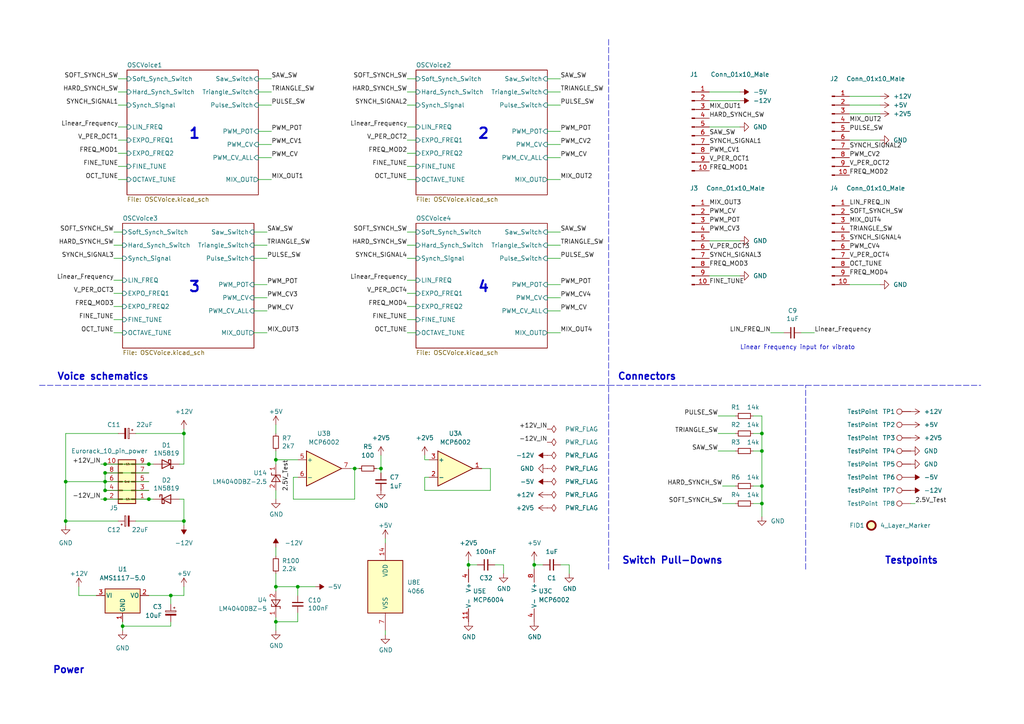
<source format=kicad_sch>
(kicad_sch (version 20211123) (generator eeschema)
  (paper "A4")
  (title_block (title "Quadraphone Components") (date "2023-01-27") (rev "1.0") (company "Mountjoy Modular"))
  (lib_symbols
    (symbol "4xxx:4066" (pin_names (offset 1.016))
      (property "Reference" "U" (at -7.62 8.89 0))
      (property "Value" "4066" (at -7.62 -8.89 0))
      (symbol "4066_1_0"
        (pin passive line (at -7.62 0 0) (length 5.08) (name "~") (number "1"))
        (pin input line (at 0 7.62 270) (length 5.08) (name "~") (number "13"))
        (pin passive line (at 7.62 0 180) (length 5.08) (name "~") (number "2"))
      )
      (symbol "4066_2_0"
        (pin passive line (at 7.62 0 180) (length 5.08) (name "~") (number "3"))
        (pin passive line (at -7.62 0 0) (length 5.08) (name "~") (number "4"))
        (pin input line (at 0 7.62 270) (length 5.08) (name "~") (number "5"))
      )
      (symbol "4066_3_0"
        (pin input line (at 0 7.62 270) (length 5.08) (name "~") (number "6"))
        (pin passive line (at -7.62 0 0) (length 5.08) (name "~") (number "8"))
        (pin passive line (at 7.62 0 180) (length 5.08) (name "~") (number "9"))
      )
      (symbol "4066_4_0"
        (pin passive line (at 7.62 0 180) (length 5.08) (name "~") (number "10"))
        (pin passive line (at -7.62 0 0) (length 5.08) (name "~") (number "11"))
        (pin input line (at 0 7.62 270) (length 5.08) (name "~") (number "12"))
      )
      (symbol "4066_5_0"
        (pin power_in line (at 0 12.7 270) (length 5.08) (name "VDD") (number "14"))
        (pin power_in line (at 0 -12.7 90) (length 5.08) (name "VSS") (number "7"))
      )
    )
    (symbol "Amplifier_Operational:MCP6002-xSN" (pin_names (offset 0.127))
      (property "Reference" "U" (at 0 5.08 0))
      (property "Value" "MCP6002-xSN" (at 0 -5.08 0))
      (symbol "MCP6002-xSN_1_1"
        (pin output line (at 7.62 0 180) (length 2.54) (name "~") (number "1"))
        (pin input line (at -7.62 -2.54 0) (length 2.54) (name "-") (number "2"))
        (pin input line (at -7.62 2.54 0) (length 2.54) (name "+") (number "3"))
      )
      (symbol "MCP6002-xSN_2_1"
        (pin input line (at -7.62 2.54 0) (length 2.54) (name "+") (number "5"))
        (pin input line (at -7.62 -2.54 0) (length 2.54) (name "-") (number "6"))
        (pin output line (at 7.62 0 180) (length 2.54) (name "~") (number "7"))
      )
      (symbol "MCP6002-xSN_3_1"
        (pin power_in line (at -2.54 -7.62 90) (length 3.81) (name "V-") (number "4"))
        (pin power_in line (at -2.54 7.62 270) (length 3.81) (name "V+") (number "8"))
      )
    )
    (symbol "Amplifier_Operational:MCP6004" (pin_names (offset 0.127))
      (property "Reference" "U" (at 0 5.08 0))
      (property "Value" "MCP6004" (at 0 -5.08 0))
      (symbol "MCP6004_1_1"
        (pin output line (at 7.62 0 180) (length 2.54) (name "~") (number "1"))
        (pin input line (at -7.62 -2.54 0) (length 2.54) (name "-") (number "2"))
        (pin input line (at -7.62 2.54 0) (length 2.54) (name "+") (number "3"))
      )
      (symbol "MCP6004_2_1"
        (pin input line (at -7.62 2.54 0) (length 2.54) (name "+") (number "5"))
        (pin input line (at -7.62 -2.54 0) (length 2.54) (name "-") (number "6"))
        (pin output line (at 7.62 0 180) (length 2.54) (name "~") (number "7"))
      )
      (symbol "MCP6004_3_1"
        (pin input line (at -7.62 2.54 0) (length 2.54) (name "+") (number "10"))
        (pin output line (at 7.62 0 180) (length 2.54) (name "~") (number "8"))
        (pin input line (at -7.62 -2.54 0) (length 2.54) (name "-") (number "9"))
      )
      (symbol "MCP6004_4_1"
        (pin input line (at -7.62 2.54 0) (length 2.54) (name "+") (number "12"))
        (pin input line (at -7.62 -2.54 0) (length 2.54) (name "-") (number "13"))
        (pin output line (at 7.62 0 180) (length 2.54) (name "~") (number "14"))
      )
      (symbol "MCP6004_5_1"
        (pin power_in line (at -2.54 -7.62 90) (length 3.81) (name "V-") (number "11"))
        (pin power_in line (at -2.54 7.62 270) (length 3.81) (name "V+") (number "4"))
      )
    )
    (symbol "Connector:Conn_01x10_Male" (pin_names (offset 1.016) hide)
      (property "Reference" "J" (at 0 12.7 0))
      (property "Value" "Conn_01x10_Male" (at 0 -15.24 0))
      (symbol "Conn_01x10_Male_1_1"
        (pin passive line (at 5.08 10.16 180) (length 3.81) (name "Pin_1") (number "1"))
        (pin passive line (at 5.08 -12.7 180) (length 3.81) (name "Pin_10") (number "10"))
        (pin passive line (at 5.08 7.62 180) (length 3.81) (name "Pin_2") (number "2"))
        (pin passive line (at 5.08 5.08 180) (length 3.81) (name "Pin_3") (number "3"))
        (pin passive line (at 5.08 2.54 180) (length 3.81) (name "Pin_4") (number "4"))
        (pin passive line (at 5.08 0 180) (length 3.81) (name "Pin_5") (number "5"))
        (pin passive line (at 5.08 -2.54 180) (length 3.81) (name "Pin_6") (number "6"))
        (pin passive line (at 5.08 -5.08 180) (length 3.81) (name "Pin_7") (number "7"))
        (pin passive line (at 5.08 -7.62 180) (length 3.81) (name "Pin_8") (number "8"))
        (pin passive line (at 5.08 -10.16 180) (length 3.81) (name "Pin_9") (number "9"))
      )
    )
    (symbol "Connector:TestPoint" (pin_numbers hide) (pin_names (offset 0.762) hide)
      (property "Reference" "TP" (at 0 6.858 0))
      (property "Value" "TestPoint" (at 0 5.08 0))
      (symbol "TestPoint_1_1"
        (pin passive line (at 0 0 90) (length 2.54) (name "1") (number "1"))
      )
    )
    (symbol "Device:C_Polarized_Small" (pin_numbers hide) (pin_names (offset 0.254) hide)
      (property "Reference" "C" (at 0.254 1.778 0))
      (property "Value" "C_Polarized_Small" (at 0.254 -2.032 0))
      (symbol "C_Polarized_Small_1_1"
        (pin passive line (at 0 2.54 270) (length 1.8542) (name "~") (number "1"))
        (pin passive line (at 0 -2.54 90) (length 1.8542) (name "~") (number "2"))
      )
    )
    (symbol "Device:C_Small" (pin_numbers hide) (pin_names (offset 0.254) hide)
      (property "Reference" "C" (at 0.254 1.778 0))
      (property "Value" "C_Small" (at 0.254 -2.032 0))
      (symbol "C_Small_1_1"
        (pin passive line (at 0 2.54 270) (length 2.032) (name "~") (number "1"))
        (pin passive line (at 0 -2.54 90) (length 2.032) (name "~") (number "2"))
      )
    )
    (symbol "Device:R_Small" (pin_numbers hide) (pin_names (offset 0.254) hide)
      (property "Reference" "R" (at 0.762 0.508 0))
      (property "Value" "R_Small" (at 0.762 -1.016 0))
      (symbol "R_Small_1_1"
        (pin passive line (at 0 2.54 270) (length 0.762) (name "~") (number "1"))
        (pin passive line (at 0 -2.54 90) (length 0.762) (name "~") (number "2"))
      )
    )
    (symbol "Diode:1N5819" (pin_numbers hide) (pin_names (offset 1.016) hide)
      (property "Reference" "D" (at 0 2.54 0))
      (property "Value" "1N5819" (at 0 -2.54 0))
      (symbol "1N5819_1_1"
        (pin passive line (at -3.81 0 0) (length 2.54) (name "K") (number "1"))
        (pin passive line (at 3.81 0 180) (length 2.54) (name "A") (number "2"))
      )
    )
    (symbol "Eurorack_Header:Eurorack_10_pin_power" (pin_names (offset 1.016) hide)
      (property "Reference" "J" (at 1.27 7.62 0))
      (property "Value" "Eurorack_10_pin_power" (at 1.27 -7.62 0))
      (symbol "Eurorack_10_pin_power_1_0"
        (text "+12v" (at 1.27 -5.08 0) (effects (font (size 0.508 0.508))))
        (text "-12v" (at 1.27 5.08 0) (effects (font (size 0.508 0.508))))
        (text "Gnd" (at 1.27 0 0) (effects (font (size 0.508 0.508))))
      )
      (symbol "Eurorack_10_pin_power_1_1"
        (pin power_in line (at -5.08 5.08 0) (length 3.81) (name "Pin_1") (number "1"))
        (pin passive line (at 7.62 -5.08 180) (length 3.81) (name "Pin_10") (number "10"))
        (pin passive line (at 7.62 5.08 180) (length 3.81) (name "Pin_2") (number "2"))
        (pin passive line (at -5.08 2.54 0) (length 3.81) (name "Pin_3") (number "3"))
        (pin passive line (at 7.62 2.54 180) (length 3.81) (name "Pin_4") (number "4"))
        (pin power_in line (at -5.08 0 0) (length 3.81) (name "Pin_5") (number "5"))
        (pin passive line (at 7.62 0 180) (length 3.81) (name "Pin_6") (number "6"))
        (pin passive line (at -5.08 -2.54 0) (length 3.81) (name "Pin_7") (number "7"))
        (pin passive line (at 7.62 -2.54 180) (length 3.81) (name "Pin_8") (number "8"))
        (pin power_in line (at -5.08 -5.08 0) (length 3.81) (name "Pin_9") (number "9"))
      )
    )
    (symbol "Mechanical:Fiducial"
      (property "Reference" "FID" (at 0 5.08 0))
      (property "Value" "Fiducial" (at 0 3.175 0))
    )
    (symbol "Reference_Voltage:LM4040DBZ-2.5" (pin_names (offset 0.0254) hide)
      (property "Reference" "U" (at 0 2.54 0))
      (property "Value" "LM4040DBZ-2.5" (at 0 -3.175 0))
      (symbol "LM4040DBZ-2.5_1_1"
        (pin passive line (at 3.81 0 180) (length 2.54) (name "K") (number "1"))
        (pin passive line (at -3.81 0 0) (length 2.54) (name "A") (number "2"))
      )
    )
    (symbol "Reference_Voltage:LM4040DBZ-5" (pin_names (offset 0.0254) hide)
      (property "Reference" "U" (at 0 2.54 0))
      (property "Value" "LM4040DBZ-5" (at 0 -3.175 0))
      (symbol "LM4040DBZ-5_1_1"
        (pin passive line (at 3.81 0 180) (length 2.54) (name "K") (number "1"))
        (pin passive line (at -3.81 0 0) (length 2.54) (name "A") (number "2"))
      )
    )
    (symbol "Regulator_Linear:AMS1117-5.0" (pin_names (offset 0.254))
      (property "Reference" "U" (at -3.81 3.175 0))
      (property "Value" "AMS1117-5.0" (at 0 3.175 0))
      (symbol "AMS1117-5.0_1_1"
        (pin power_in line (at 0 -7.62 90) (length 2.54) (name "GND") (number "1"))
        (pin power_out line (at 7.62 0 180) (length 2.54) (name "VO") (number "2"))
        (pin power_in line (at -7.62 0 0) (length 2.54) (name "VI") (number "3"))
      )
    )
    (symbol "power:+12V" (power) (pin_names (offset 0))
      (property "Value" "+12V" (at 0 3.556 0))
      (symbol "+12V_1_1"
        (pin power_in line (at 0 0 90) (length 0) hide (name "+12V") (number "1"))
      )
    )
    (symbol "power:+2V5" (power) (pin_names (offset 0))
      (property "Value" "+2V5" (at 0 3.556 0))
      (symbol "+2V5_1_1"
        (pin power_in line (at 0 0 90) (length 0) hide (name "+2V5") (number "1"))
      )
    )
    (symbol "power:+5V" (power) (pin_names (offset 0))
      (property "Value" "+5V" (at 0 3.556 0))
      (symbol "+5V_1_1"
        (pin power_in line (at 0 0 90) (length 0) hide (name "+5V") (number "1"))
      )
    )
    (symbol "power:-12V" (power) (pin_names (offset 0))
      (property "Value" "-12V" (at 0 3.81 0))
      (symbol "-12V_0_0"
        (pin power_in line (at 0 0 90) (length 0) hide (name "-12V") (number "1"))
      )
    )
    (symbol "power:-5V" (power) (pin_names (offset 0))
      (property "Value" "-5V" (at 0 3.81 0))
      (symbol "-5V_0_0"
        (pin power_in line (at 0 0 90) (length 0) hide (name "-5V") (number "1"))
      )
    )
    (symbol "power:GND" (power) (pin_names (offset 0))
      (property "Value" "GND" (at 0 -3.81 0))
      (symbol "GND_1_1"
        (pin power_in line (at 0 0 270) (length 0) hide (name "GND") (number "1"))
      )
    )
    (symbol "power:PWR_FLAG" (power) (pin_numbers hide) (pin_names (offset 0) hide)
      (property "Value" "PWR_FLAG" (at 0 3.81 0))
      (symbol "PWR_FLAG_0_0"
        (pin power_out line (at 0 0 90) (length 0) (name "pwr") (number "1"))
      )
    )
  )
  (junction (at 135.89 163.83))
  (junction (at 220.98 140.97))
  (junction (at 19.05 139.7))
  (junction (at 220.98 125.73))
  (junction (at 30.48 134.62))
  (junction (at 30.48 139.7))
  (junction (at 30.48 142.24))
  (junction (at 110.49 135.89))
  (junction (at 49.53 172.72))
  (junction (at 86.36 170.18))
  (junction (at 43.18 144.78))
  (junction (at 19.05 151.13))
  (junction (at 220.98 130.81))
  (junction (at 80.01 133.35))
  (junction (at 35.56 181.61))
  (junction (at 30.48 144.78))
  (junction (at 30.48 137.16))
  (junction (at 220.98 146.05))
  (junction (at 80.01 170.18))
  (junction (at 53.34 151.13))
  (junction (at 80.01 180.34))
  (junction (at 53.34 125.73))
  (junction (at 154.94 163.83))
  (junction (at 102.87 135.89))
  (junction (at 43.18 134.62))
  (wire (pts (xy 102.87 144.78) (xy 85.09 144.78)))
  (wire (pts (xy 33.02 88.9) (xy 35.56 88.9)))
  (wire (pts (xy 154.94 162.56) (xy 154.94 163.83)))
  (wire (pts (xy 214.63 36.83) (xy 205.74 36.83)))
  (wire (pts (xy 33.02 81.28) (xy 35.56 81.28)))
  (wire (pts (xy 74.93 38.1) (xy 78.74 38.1)))
  (wire (pts (xy 85.09 138.43) (xy 86.36 138.43)))
  (wire (pts (xy 73.66 71.12) (xy 77.47 71.12)))
  (wire (pts (xy 165.1 163.83) (xy 165.1 166.37)))
  (wire (pts (xy 80.01 142.24) (xy 80.01 144.78)))
  (wire (pts (xy 52.07 134.62) (xy 53.34 134.62)))
  (wire (pts (xy 34.29 44.45) (xy 36.83 44.45)))
  (wire (pts (xy 19.05 139.7) (xy 30.48 139.7)))
  (wire (pts (xy 118.11 71.12) (xy 120.65 71.12)))
  (wire (pts (xy 74.93 30.48) (xy 78.74 30.48)))
  (wire (pts (xy 118.11 40.64) (xy 120.65 40.64)))
  (wire (pts (xy 135.89 163.83) (xy 138.43 163.83)))
  (wire (pts (xy 218.44 125.73) (xy 220.98 125.73)))
  (wire (pts (xy 74.93 41.91) (xy 78.74 41.91)))
  (wire (pts (xy 218.44 140.97) (xy 220.98 140.97)))
  (wire (pts (xy 220.98 146.05) (xy 220.98 149.86)))
  (wire (pts (xy 33.02 74.93) (xy 35.56 74.93)))
  (wire (pts (xy 158.75 26.67) (xy 162.56 26.67)))
  (wire (pts (xy 49.53 172.72) (xy 53.34 172.72)))
  (wire (pts (xy 49.53 172.72) (xy 49.53 175.26)))
  (wire (pts (xy 30.48 137.16) (xy 30.48 139.7)))
  (wire (pts (xy 214.63 69.85) (xy 205.74 69.85)))
  (wire (pts (xy 118.11 92.71) (xy 120.65 92.71)))
  (wire (pts (xy 86.36 170.18) (xy 86.36 172.72)))
  (wire (pts (xy 255.27 30.48) (xy 246.38 30.48)))
  (wire (pts (xy 74.93 26.67) (xy 78.74 26.67)))
  (wire (pts (xy 158.75 67.31) (xy 162.56 67.31)))
  (wire (pts (xy 102.87 135.89) (xy 104.14 135.89)))
  (wire (pts (xy 80.01 170.18) (xy 80.01 171.45)))
  (wire (pts (xy 118.11 88.9) (xy 120.65 88.9)))
  (wire (pts (xy 139.7 135.89) (xy 142.24 135.89)))
  (wire (pts (xy 43.18 144.78) (xy 44.45 144.78)))
  (wire (pts (xy 34.29 40.64) (xy 36.83 40.64)))
  (wire (pts (xy 102.87 135.89) (xy 102.87 144.78)))
  (wire (pts (xy 158.75 41.91) (xy 162.56 41.91)))
  (wire (pts (xy 91.44 170.18) (xy 86.36 170.18)))
  (wire (pts (xy 162.56 163.83) (xy 165.1 163.83)))
  (wire (pts (xy 43.18 134.62) (xy 44.45 134.62)))
  (wire (pts (xy 110.49 135.89) (xy 110.49 137.16)))
  (wire (pts (xy 29.21 134.62) (xy 30.48 134.62)))
  (wire (pts (xy 19.05 152.4) (xy 19.05 151.13)))
  (wire (pts (xy 52.07 144.78) (xy 53.34 144.78)))
  (wire (pts (xy 208.28 125.73) (xy 213.36 125.73)))
  (wire (pts (xy 208.28 120.65) (xy 213.36 120.65)))
  (wire (pts (xy 22.86 170.18) (xy 22.86 172.72)))
  (wire (pts (xy 264.16 146.05) (xy 265.43 146.05)))
  (wire (pts (xy 86.36 170.18) (xy 80.01 170.18)))
  (wire (pts (xy 232.41 96.52) (xy 236.22 96.52)))
  (wire (pts (xy 158.75 86.36) (xy 162.56 86.36)))
  (wire (pts (xy 118.11 30.48) (xy 120.65 30.48)))
  (wire (pts (xy 39.37 125.73) (xy 53.34 125.73)))
  (wire (pts (xy 74.93 52.07) (xy 78.74 52.07)))
  (wire (pts (xy 43.18 142.24) (xy 30.48 142.24)))
  (wire (pts (xy 218.44 146.05) (xy 220.98 146.05)))
  (wire (pts (xy 146.05 163.83) (xy 146.05 166.37)))
  (wire (pts (xy 135.89 163.83) (xy 135.89 165.1)))
  (wire (pts (xy 223.52 96.52) (xy 227.33 96.52)))
  (wire (pts (xy 80.01 133.35) (xy 80.01 134.62)))
  (wire (pts (xy 30.48 139.7) (xy 30.48 142.24)))
  (wire (pts (xy 33.02 85.09) (xy 35.56 85.09)))
  (wire (pts (xy 158.75 38.1) (xy 162.56 38.1)))
  (wire (pts (xy 30.48 134.62) (xy 43.18 134.62)))
  (wire (pts (xy 118.11 85.09) (xy 120.65 85.09)))
  (wire (pts (xy 73.66 90.17) (xy 77.47 90.17)))
  (wire (pts (xy 29.21 144.78) (xy 30.48 144.78)))
  (wire (pts (xy 74.93 22.86) (xy 78.74 22.86)))
  (wire (pts (xy 214.63 80.01) (xy 205.74 80.01)))
  (wire (pts (xy 118.11 44.45) (xy 120.65 44.45)))
  (wire (pts (xy 34.29 52.07) (xy 36.83 52.07)))
  (wire (pts (xy 158.75 52.07) (xy 162.56 52.07)))
  (wire (pts (xy 73.66 74.93) (xy 77.47 74.93)))
  (wire (pts (xy 142.24 142.24) (xy 123.19 142.24)))
  (wire (pts (xy 158.75 22.86) (xy 162.56 22.86)))
  (wire (pts (xy 158.75 71.12) (xy 162.56 71.12)))
  (wire (pts (xy 218.44 130.81) (xy 220.98 130.81)))
  (wire (pts (xy 124.46 133.35) (xy 123.19 133.35)))
  (wire (pts (xy 49.53 181.61) (xy 35.56 181.61)))
  (wire (pts (xy 220.98 125.73) (xy 220.98 130.81)))
  (wire (pts (xy 218.44 120.65) (xy 220.98 120.65)))
  (wire (pts (xy 53.34 144.78) (xy 53.34 151.13)))
  (wire (pts (xy 74.93 45.72) (xy 78.74 45.72)))
  (wire (pts (xy 158.75 96.52) (xy 162.56 96.52)))
  (wire (pts (xy 53.34 134.62) (xy 53.34 125.73)))
  (wire (pts (xy 158.75 82.55) (xy 162.56 82.55)))
  (wire (pts (xy 255.27 82.55) (xy 246.38 82.55)))
  (wire (pts (xy 34.29 30.48) (xy 36.83 30.48)))
  (polyline (pts (xy 176.53 165.1) (xy 176.53 115.57)))
  (wire (pts (xy 33.02 67.31) (xy 35.56 67.31)))
  (wire (pts (xy 118.11 81.28) (xy 120.65 81.28)))
  (wire (pts (xy 30.48 139.7) (xy 43.18 139.7)))
  (polyline (pts (xy 11.43 111.76) (xy 176.53 111.76)))
  (wire (pts (xy 53.34 124.46) (xy 53.34 125.73)))
  (wire (pts (xy 80.01 166.37) (xy 80.01 170.18)))
  (wire (pts (xy 19.05 151.13) (xy 34.29 151.13)))
  (wire (pts (xy 85.09 144.78) (xy 85.09 138.43)))
  (wire (pts (xy 49.53 180.34) (xy 49.53 181.61)))
  (wire (pts (xy 80.01 179.07) (xy 80.01 180.34)))
  (wire (pts (xy 143.51 163.83) (xy 146.05 163.83)))
  (wire (pts (xy 255.27 40.64) (xy 246.38 40.64)))
  (wire (pts (xy 80.01 180.34) (xy 86.36 180.34)))
  (wire (pts (xy 34.29 22.86) (xy 36.83 22.86)))
  (wire (pts (xy 214.63 26.67) (xy 205.74 26.67)))
  (wire (pts (xy 34.29 26.67) (xy 36.83 26.67)))
  (wire (pts (xy 30.48 144.78) (xy 43.18 144.78)))
  (wire (pts (xy 118.11 22.86) (xy 120.65 22.86)))
  (wire (pts (xy 80.01 133.35) (xy 86.36 133.35)))
  (wire (pts (xy 80.01 123.19) (xy 80.01 125.73)))
  (wire (pts (xy 53.34 172.72) (xy 53.34 170.18)))
  (wire (pts (xy 154.94 165.1) (xy 154.94 163.83)))
  (wire (pts (xy 34.29 48.26) (xy 36.83 48.26)))
  (wire (pts (xy 19.05 139.7) (xy 19.05 151.13)))
  (wire (pts (xy 158.75 45.72) (xy 162.56 45.72)))
  (polyline (pts (xy 176.53 111.76) (xy 284.48 111.76)))
  (wire (pts (xy 80.01 180.34) (xy 80.01 182.88)))
  (wire (pts (xy 142.24 135.89) (xy 142.24 142.24)))
  (wire (pts (xy 86.36 177.8) (xy 86.36 180.34)))
  (wire (pts (xy 118.11 48.26) (xy 120.65 48.26)))
  (wire (pts (xy 158.75 30.48) (xy 162.56 30.48)))
  (wire (pts (xy 208.28 130.81) (xy 213.36 130.81)))
  (wire (pts (xy 220.98 120.65) (xy 220.98 125.73)))
  (wire (pts (xy 123.19 142.24) (xy 123.19 138.43)))
  (wire (pts (xy 255.27 33.02) (xy 246.38 33.02)))
  (wire (pts (xy 22.86 172.72) (xy 27.94 172.72)))
  (wire (pts (xy 209.55 146.05) (xy 213.36 146.05)))
  (wire (pts (xy 73.66 67.31) (xy 77.47 67.31)))
  (wire (pts (xy 220.98 130.81) (xy 220.98 140.97)))
  (wire (pts (xy 123.19 138.43) (xy 124.46 138.43)))
  (wire (pts (xy 118.11 52.07) (xy 120.65 52.07)))
  (wire (pts (xy 110.49 132.08) (xy 110.49 135.89)))
  (wire (pts (xy 118.11 26.67) (xy 120.65 26.67)))
  (wire (pts (xy 209.55 140.97) (xy 213.36 140.97)))
  (wire (pts (xy 43.18 137.16) (xy 30.48 137.16)))
  (polyline (pts (xy 233.68 165.1) (xy 233.68 111.76)))
  (wire (pts (xy 158.75 74.93) (xy 162.56 74.93)))
  (wire (pts (xy 154.94 163.83) (xy 157.48 163.83)))
  (wire (pts (xy 109.22 135.89) (xy 110.49 135.89)))
  (wire (pts (xy 53.34 151.13) (xy 53.34 152.4)))
  (wire (pts (xy 35.56 181.61) (xy 35.56 182.88)))
  (wire (pts (xy 19.05 125.73) (xy 19.05 139.7)))
  (wire (pts (xy 73.66 82.55) (xy 77.47 82.55)))
  (wire (pts (xy 43.18 172.72) (xy 49.53 172.72)))
  (wire (pts (xy 111.76 182.88) (xy 111.76 184.15)))
  (wire (pts (xy 214.63 29.21) (xy 205.74 29.21)))
  (wire (pts (xy 118.11 67.31) (xy 120.65 67.31)))
  (wire (pts (xy 255.27 27.94) (xy 246.38 27.94)))
  (wire (pts (xy 101.6 135.89) (xy 102.87 135.89)))
  (wire (pts (xy 135.89 162.56) (xy 135.89 163.83)))
  (wire (pts (xy 220.98 140.97) (xy 220.98 146.05)))
  (wire (pts (xy 19.05 125.73) (xy 34.29 125.73)))
  (wire (pts (xy 118.11 36.83) (xy 120.65 36.83)))
  (wire (pts (xy 73.66 86.36) (xy 77.47 86.36)))
  (wire (pts (xy 118.11 74.93) (xy 120.65 74.93)))
  (wire (pts (xy 118.11 96.52) (xy 120.65 96.52)))
  (wire (pts (xy 80.01 130.81) (xy 80.01 133.35)))
  (wire (pts (xy 111.76 156.21) (xy 111.76 157.48)))
  (wire (pts (xy 80.01 158.75) (xy 80.01 161.29)))
  (wire (pts (xy 34.29 36.83) (xy 36.83 36.83)))
  (wire (pts (xy 33.02 92.71) (xy 35.56 92.71)))
  (wire (pts (xy 35.56 180.34) (xy 35.56 181.61)))
  (wire (pts (xy 33.02 96.52) (xy 35.56 96.52)))
  (wire (pts (xy 39.37 151.13) (xy 53.34 151.13)))
  (wire (pts (xy 33.02 71.12) (xy 35.56 71.12)))
  (polyline (pts (xy 176.53 11.43) (xy 176.53 115.57)))
  (wire (pts (xy 158.75 90.17) (xy 162.56 90.17)))
  (wire (pts (xy 73.66 96.52) (xy 77.47 96.52)))
  (wire (pts (xy 123.19 132.08) (xy 123.19 133.35)))
  (text "Linear Frequency input for vibrato" (at 214.63 101.6 0) (effects (font (size 1.27 1.27)) (justify left bottom)))
  (text "3" (at 54.61 85.09 0) (effects (font (size 3 3) (thickness 0.6) bold) (justify left bottom)))
  (text "Testpoints" (at 256.54 163.83 0) (effects (font (size 2 2) (thickness 0.4) bold) (justify left bottom)))
  (text "Switch Pull-Downs" (at 180.34 163.83 0) (effects (font (size 2 2) (thickness 0.4) bold) (justify left bottom)))
  (text "Connectors" (at 179.07 110.49 0) (effects (font (size 2 2) (thickness 0.4) bold) (justify left bottom)))
  (text "Power" (at 15.24 195.58 0) (effects (font (size 2 2) (thickness 0.4) bold) (justify left bottom)))
  (text "4" (at 138.43 85.09 0) (effects (font (size 3 3) (thickness 0.6) bold) (justify left bottom)))
  (text "2" (at 138.43 40.64 0) (effects (font (size 3 3) (thickness 0.6) bold) (justify left bottom)))
  (text "1" (at 54.61 40.64 0) (effects (font (size 3 3) (thickness 0.6) bold) (justify left bottom)))
  (text "Voice schematics" (at 16.51 110.49 0) (effects (font (size 2 2) (thickness 0.4) bold) (justify left bottom)))
  (label "PWM_CV3" (at 205.74 67.31 0))
  (label "PWM_POT" (at 162.56 82.55 0))
  (label "OCT_TUNE" (at 118.11 96.52 180))
  (label "2.5V_Test" (at 83.82 133.35 270))
  (label "HARD_SYNCH_SW" (at 118.11 71.12 180))
  (label "SAW_SW" (at 77.47 67.31 0))
  (label "SYNCH_SIGNAL2" (at 118.11 30.48 180))
  (label "PWM_CV1" (at 78.74 41.91 0))
  (label "PULSE_SW" (at 208.28 120.65 180))
  (label "MIX_OUT1" (at 78.74 52.07 0))
  (label "Linear_Frequency" (at 118.11 81.28 180))
  (label "SYNCH_SIGNAL4" (at 246.38 69.85 0))
  (label "OCT_TUNE" (at 246.38 77.47 0))
  (label "OCT_TUNE" (at 118.11 52.07 180))
  (label "TRIANGLE_SW" (at 162.56 71.12 0))
  (label "Linear_Frequency" (at 236.22 96.52 0))
  (label "V_PER_OCT2" (at 118.11 40.64 180))
  (label "SOFT_SYNCH_SW" (at 34.29 22.86 180))
  (label "SYNCH_SIGNAL4" (at 118.11 74.93 180))
  (label "TRIANGLE_SW" (at 77.47 71.12 0))
  (label "PULSE_SW" (at 77.47 74.93 0))
  (label "FINE_TUNE" (at 33.02 92.71 180))
  (label "PULSE_SW" (at 162.56 30.48 0))
  (label "V_PER_OCT1" (at 34.29 40.64 180))
  (label "SYNCH_SIGNAL2" (at 246.38 43.18 0))
  (label "HARD_SYNCH_SW" (at 205.74 34.29 0))
  (label "SYNCH_SIGNAL1" (at 34.29 30.48 180))
  (label "V_PER_OCT3" (at 205.74 72.39 0))
  (label "MIX_OUT4" (at 246.38 64.77 0))
  (label "V_PER_OCT4" (at 246.38 74.93 0))
  (label "TRIANGLE_SW" (at 162.56 26.67 0))
  (label "SYNCH_SIGNAL3" (at 205.74 74.93 0))
  (label "PWM_POT" (at 205.74 64.77 0))
  (label "FREQ_MOD3" (at 205.74 77.47 0))
  (label "OCT_TUNE" (at 33.02 96.52 180))
  (label "SOFT_SYNCH_SW" (at 118.11 22.86 180))
  (label "PULSE_SW" (at 78.74 30.48 0))
  (label "V_PER_OCT4" (at 118.11 85.09 180))
  (label "PWM_CV" (at 78.74 45.72 0))
  (label "TRIANGLE_SW" (at 208.28 125.73 180))
  (label "+12V_IN" (at 158.75 124.46 180))
  (label "V_PER_OCT1" (at 205.74 46.99 0))
  (label "MIX_OUT2" (at 162.56 52.07 0))
  (label "PWM_CV" (at 77.47 90.17 0))
  (label "PWM_POT" (at 162.56 38.1 0))
  (label "-12V_IN" (at 29.21 144.78 180))
  (label "TRIANGLE_SW" (at 78.74 26.67 0))
  (label "SOFT_SYNCH_SW" (at 209.55 146.05 180))
  (label "Linear_Frequency" (at 118.11 36.83 180))
  (label "PULSE_SW" (at 246.38 38.1 0))
  (label "SAW_SW" (at 208.28 130.81 180))
  (label "+12V_IN" (at 29.21 134.62 180))
  (label "FREQ_MOD4" (at 118.11 88.9 180))
  (label "SYNCH_SIGNAL1" (at 205.74 41.91 0))
  (label "PWM_CV4" (at 246.38 72.39 0))
  (label "FINE_TUNE" (at 118.11 92.71 180))
  (label "HARD_SYNCH_SW" (at 34.29 26.67 180))
  (label "PWM_POT" (at 77.47 82.55 0))
  (label "FINE_TUNE" (at 118.11 48.26 180))
  (label "LIN_FREQ_IN" (at 223.52 96.52 180))
  (label "PWM_CV3" (at 77.47 86.36 0))
  (label "OCT_TUNE" (at 34.29 52.07 180))
  (label "SYNCH_SIGNAL3" (at 33.02 74.93 180))
  (label "FREQ_MOD1" (at 34.29 44.45 180))
  (label "SAW_SW" (at 162.56 67.31 0))
  (label "PWM_CV" (at 205.74 62.23 0))
  (label "FREQ_MOD3" (at 33.02 88.9 180))
  (label "V_PER_OCT3" (at 33.02 85.09 180))
  (label "PULSE_SW" (at 162.56 74.93 0))
  (label "FREQ_MOD1" (at 205.74 49.53 0))
  (label "MIX_OUT1" (at 205.74 31.75 0))
  (label "SAW_SW" (at 78.74 22.86 0))
  (label "MIX_OUT3" (at 77.47 96.52 0))
  (label "HARD_SYNCH_SW" (at 118.11 26.67 180))
  (label "PWM_CV" (at 162.56 45.72 0))
  (label "FREQ_MOD2" (at 118.11 44.45 180))
  (label "SOFT_SYNCH_SW" (at 33.02 67.31 180))
  (label "PWM_CV2" (at 246.38 45.72 0))
  (label "MIX_OUT2" (at 246.38 35.56 0))
  (label "Linear_Frequency" (at 33.02 81.28 180))
  (label "FREQ_MOD2" (at 246.38 50.8 0))
  (label "FREQ_MOD4" (at 246.38 80.01 0))
  (label "HARD_SYNCH_SW" (at 209.55 140.97 180))
  (label "PWM_CV1" (at 205.74 44.45 0))
  (label "SOFT_SYNCH_SW" (at 246.38 62.23 0))
  (label "SAW_SW" (at 205.74 39.37 0))
  (label "PWM_CV4" (at 162.56 86.36 0))
  (label "MIX_OUT4" (at 162.56 96.52 0))
  (label "HARD_SYNCH_SW" (at 33.02 71.12 180))
  (label "FINE_TUNE" (at 205.74 82.55 0))
  (label "-12V_IN" (at 158.75 128.27 180))
  (label "PWM_CV2" (at 162.56 41.91 0))
  (label "LIN_FREQ_IN" (at 246.38 59.69 0))
  (label "MIX_OUT3" (at 205.74 59.69 0))
  (label "TRIANGLE_SW" (at 246.38 67.31 0))
  (label "2.5V_Test" (at 265.43 146.05 0))
  (label "SAW_SW" (at 162.56 22.86 0))
  (label "FINE_TUNE" (at 34.29 48.26 180))
  (label "PWM_CV" (at 162.56 90.17 0))
  (label "PWM_POT" (at 78.74 38.1 0))
  (label "Linear_Frequency" (at 34.29 36.83 180))
  (label "V_PER_OCT2" (at 246.38 48.26 0))
  (label "SOFT_SYNCH_SW" (at 118.11 67.31 180))
  (symbol (lib_id "Eurorack_Header:Eurorack_10_pin_power") (at 38.1 139.7 180) (unit 1)
    (property "Reference" "J5" (at 33.02 147.32 0))
    (property "Value" "Eurorack_10_pin_power" (at 31.75 130.81 0))
    (property "Footprint" "Custom_Footprints:Eurorack_10_pin_header" (effects hide))
  )
  (symbol (lib_id "power:+5V") (at 53.34 170.18 0) (unit 1)
    (property "Reference" "#PWR03" (effects hide))
    (property "Value" "+5V" (at 53.34 166.37 0))
  )
  (symbol (lib_id "4xxx:4066") (at 111.76 170.18 0) (unit 5)
    (property "Reference" "U8" (at 118.11 168.9099 0) (effects (justify left)))
    (property "Value" "4066" (at 118.11 171.4499 0) (effects (justify left)))
    (property "Footprint" "Package_SO:TSSOP-14_4.4x5mm_P0.65mm" (effects hide))
    (property "Datasheet" "http://www.ti.com/lit/ds/symlink/cd4066b.pdf" (effects hide))
  )
  (symbol (lib_id "power:GND") (at 135.89 180.34 0) (unit 1)
    (property "Reference" "#PWR028" (effects hide))
    (property "Value" "GND" (at 136.017 184.7342 0))
  )
  (symbol (lib_id "power:-12V") (at 53.34 152.4 180) (unit 1)
    (property "Reference" "#PWR025" (effects hide))
    (property "Value" "-12V" (at 53.34 157.48 0))
  )
  (symbol (lib_id "power:PWR_FLAG") (at 158.75 124.46 270) (unit 1)
    (property "Reference" "#FLG0101" (effects hide))
    (property "Value" "PWR_FLAG" (at 163.83 124.4599 90) (effects (justify left)))
  )
  (symbol (lib_id "power:GND") (at 110.49 142.24 0) (unit 1)
    (property "Reference" "#PWR0101" (effects hide))
    (property "Value" "GND" (at 110.617 146.6342 0))
  )
  (symbol (lib_id "Amplifier_Operational:MCP6002-xSN") (at 132.08 135.89 0) (unit 1)
    (property "Reference" "U3" (at 132.08 125.73 0))
    (property "Value" "MCP6002" (at 132.08 128.27 0))
    (property "Footprint" "Package_SO:MSOP-8_3x3mm_P0.65mm" (effects hide))
    (property "Datasheet" "http://ww1.microchip.com/downloads/en/DeviceDoc/21733j.pdf" (effects hide))
  )
  (symbol (lib_id "power:PWR_FLAG") (at 158.75 135.89 270) (unit 1)
    (property "Reference" "#FLG0103" (effects hide))
    (property "Value" "PWR_FLAG" (at 163.83 135.8899 90) (effects (justify left)))
  )
  (symbol (lib_id "power:GND") (at 255.27 40.64 90) (unit 1)
    (property "Reference" "#PWR018" (effects hide))
    (property "Value" "GND" (at 259.08 40.6399 90) (effects (justify right)))
  )
  (symbol (lib_id "Device:C_Polarized_Small") (at 36.83 125.73 270) (unit 1)
    (property "Reference" "C11" (at 33.02 123.19 90))
    (property "Value" "22uF" (at 41.91 123.19 90))
    (property "Footprint" "Capacitor_SMD:CP_Elec_4x5.8" (effects hide))
    (property "Part_Number" "C134798" (effects hide))
    (property "Rotation" "360" (effects hide))
  )
  (symbol (lib_id "power:-12V") (at 80.01 158.75 0) (unit 1)
    (property "Reference" "#PWR010" (effects hide))
    (property "Value" "-12V" (at 82.55 157.4799 0) (effects (justify left)))
  )
  (symbol (lib_id "power:PWR_FLAG") (at 158.75 139.7 270) (unit 1)
    (property "Reference" "#FLG0105" (effects hide))
    (property "Value" "PWR_FLAG" (at 163.83 139.6999 90) (effects (justify left)))
  )
  (symbol (lib_id "power:+2V5") (at 255.27 33.02 270) (unit 1)
    (property "Reference" "#PWR019" (effects hide))
    (property "Value" "+2V5" (at 259.08 33.0199 90) (effects (justify left)))
  )
  (symbol (lib_id "Connector:Conn_01x10_Male") (at 200.66 69.85 0) (unit 1)
    (property "Reference" "J3" (at 201.295 54.61 0))
    (property "Value" "Conn_01x10_Male" (at 213.36 54.61 0))
    (property "Footprint" "Connector_PinHeader_2.54mm:PinHeader_1x10_P2.54mm_Vertical" (effects hide))
  )
  (symbol (lib_id "Device:R_Small") (at 215.9 125.73 270) (unit 1)
    (property "Reference" "R2" (at 213.36 123.19 90))
    (property "Value" "14k" (at 218.44 123.19 90))
    (property "Footprint" "Resistor_SMD:R_0603_1608Metric" (effects hide))
  )
  (symbol (lib_id "power:+12V") (at 22.86 170.18 0) (mirror y) (unit 1)
    (property "Reference" "#PWR02" (effects hide))
    (property "Value" "+12V" (at 22.86 166.37 0))
  )
  (symbol (lib_id "Connector:Conn_01x10_Male") (at 241.3 38.1 0) (unit 1)
    (property "Reference" "J2" (at 241.935 22.86 0))
    (property "Value" "Conn_01x10_Male" (at 254 22.86 0))
    (property "Footprint" "Connector_PinHeader_2.54mm:PinHeader_1x10_P2.54mm_Vertical" (effects hide))
  )
  (symbol (lib_id "power:PWR_FLAG") (at 158.75 147.32 270) (unit 1)
    (property "Reference" "#FLG0107" (effects hide))
    (property "Value" "PWR_FLAG" (at 163.83 147.3199 90) (effects (justify left)))
  )
  (symbol (lib_id "power:+2V5") (at 158.75 147.32 90) (unit 1)
    (property "Reference" "#PWR0136" (effects hide))
    (property "Value" "+2V5" (at 154.94 147.3199 90) (effects (justify left)))
  )
  (symbol (lib_id "Connector:TestPoint") (at 264.16 142.24 90) (unit 1)
    (property "Reference" "TP7" (at 257.81 142.24 90))
    (property "Value" "TestPoint" (at 250.19 142.24 90))
    (property "Footprint" "Custom_Footprints:1.3mm_Test_Point" (effects hide))
  )
  (symbol (lib_id "Connector:TestPoint") (at 264.16 127 90) (unit 1)
    (property "Reference" "TP3" (at 257.81 127 90))
    (property "Value" "TestPoint" (at 250.19 127 90))
    (property "Footprint" "Custom_Footprints:1.3mm_Test_Point" (effects hide))
  )
  (symbol (lib_id "power:GND") (at 146.05 166.37 0) (unit 1)
    (property "Reference" "#PWR013" (effects hide))
    (property "Value" "GND" (at 146.177 170.7642 0))
  )
  (symbol (lib_id "power:+2V5") (at 110.49 132.08 0) (unit 1)
    (property "Reference" "#PWR011" (effects hide))
    (property "Value" "+2V5" (at 110.49 127 0))
  )
  (symbol (lib_id "power:+2V5") (at 135.89 162.56 0) (unit 1)
    (property "Reference" "#PWR027" (effects hide))
    (property "Value" "+2V5" (at 135.89 157.48 0))
  )
  (symbol (lib_id "Device:C_Small") (at 110.49 139.7 180) (unit 1)
    (property "Reference" "C7" (at 113.03 138.4235 0) (effects (justify right)))
    (property "Value" "1uF" (at 113.03 140.9635 0) (effects (justify right)))
    (property "Footprint" "Capacitor_SMD:C_0603_1608Metric_Pad1.08x0.95mm_HandSolder" (effects hide))
  )
  (symbol (lib_id "Connector:TestPoint") (at 264.16 134.62 90) (unit 1)
    (property "Reference" "TP5" (at 257.81 134.62 90))
    (property "Value" "TestPoint" (at 250.19 134.62 90))
    (property "Footprint" "Custom_Footprints:1.3mm_Test_Point" (effects hide))
  )
  (symbol (lib_id "Device:C_Small") (at 229.87 96.52 90) (unit 1)
    (property "Reference" "C9" (at 229.87 90.1192 90))
    (property "Value" "1uF" (at 229.87 92.4306 90))
    (property "Footprint" "Capacitor_SMD:C_0603_1608Metric_Pad1.08x0.95mm_HandSolder" (effects hide))
  )
  (symbol (lib_id "Device:C_Small") (at 140.97 163.83 90) (unit 1)
    (property "Reference" "C32" (at 140.97 167.64 90))
    (property "Value" "100nF" (at 140.9763 160.02 90))
    (property "Footprint" "Capacitor_SMD:C_0603_1608Metric_Pad1.08x0.95mm_HandSolder" (effects hide))
  )
  (symbol (lib_id "Device:C_Polarized_Small") (at 36.83 151.13 90) (unit 1)
    (property "Reference" "C12" (at 33.02 153.67 90))
    (property "Value" "22uF" (at 40.64 153.67 90))
    (property "Footprint" "Capacitor_SMD:CP_Elec_4x5.8" (effects hide))
    (property "Part_Number" "C134793" (effects hide))
    (property "Rotation" "270" (effects hide))
  )
  (symbol (lib_id "Connector:TestPoint") (at 264.16 146.05 90) (unit 1)
    (property "Reference" "TP8" (at 257.81 146.05 90))
    (property "Value" "TestPoint" (at 250.19 146.05 90))
    (property "Footprint" "Custom_Footprints:1.3mm_Test_Point" (effects hide))
  )
  (symbol (lib_id "Amplifier_Operational:MCP6002-xSN") (at 157.48 172.72 0) (unit 3)
    (property "Reference" "U3" (at 156.21 171.4499 0) (effects (justify left)))
    (property "Value" "MCP6002" (at 156.21 173.9899 0) (effects (justify left)))
    (property "Footprint" "Package_SO:MSOP-8_3x3mm_P0.65mm" (effects hide))
    (property "Datasheet" "http://ww1.microchip.com/downloads/en/DeviceDoc/21733j.pdf" (effects hide))
  )
  (symbol (lib_id "Connector:TestPoint") (at 264.16 138.43 90) (unit 1)
    (property "Reference" "TP6" (at 257.81 138.43 90))
    (property "Value" "TestPoint" (at 250.19 138.43 90))
    (property "Footprint" "Custom_Footprints:1.3mm_Test_Point" (effects hide))
  )
  (symbol (lib_id "power:-5V") (at 264.16 138.43 270) (unit 1)
    (property "Reference" "#PWR029" (effects hide))
    (property "Value" "-5V" (at 267.97 138.4299 90) (effects (justify left)))
  )
  (symbol (lib_id "power:+12V") (at 255.27 27.94 270) (mirror x) (unit 1)
    (property "Reference" "#PWR039" (effects hide))
    (property "Value" "+12V" (at 259.08 27.9399 90) (effects (justify left)))
  )
  (symbol (lib_id "power:-5V") (at 214.63 26.67 270) (unit 1)
    (property "Reference" "#PWR0104" (effects hide))
    (property "Value" "-5V" (at 218.44 26.6699 90) (effects (justify left)))
  )
  (symbol (lib_id "power:GND") (at 80.01 182.88 0) (unit 1)
    (property "Reference" "#PWR012" (effects hide))
    (property "Value" "GND" (at 80.137 187.2742 0))
  )
  (symbol (lib_id "power:+2V5") (at 264.16 127 270) (unit 1)
    (property "Reference" "#PWR05" (effects hide))
    (property "Value" "+2V5" (at 267.97 126.9999 90) (effects (justify left)))
  )
  (symbol (lib_id "power:GND") (at 214.63 36.83 90) (unit 1)
    (property "Reference" "#PWR0137" (effects hide))
    (property "Value" "GND" (at 218.44 36.8299 90) (effects (justify right)))
  )
  (symbol (lib_id "Device:C_Polarized_Small") (at 49.53 177.8 0) (mirror y) (unit 1)
    (property "Reference" "C3" (at 46.99 175.9838 0) (effects (justify left)))
    (property "Value" "10uF" (at 46.99 178.5238 0) (effects (justify left)))
    (property "Footprint" "Capacitor_SMD:CP_Elec_4x5.7" (effects hide))
  )
  (symbol (lib_id "Reference_Voltage:LM4040DBZ-5") (at 80.01 175.26 270) (unit 1)
    (property "Reference" "U4" (at 77.47 173.9899 90) (effects (justify right)))
    (property "Value" "LM4040DBZ-5" (at 77.47 176.5299 90) (effects (justify right)))
    (property "Footprint" "Package_TO_SOT_SMD:SOT-23" (effects hide))
    (property "Datasheet" "http://www.ti.com/lit/ds/symlink/lm4040-n.pdf" (effects hide))
  )
  (symbol (lib_id "power:+12V") (at 158.75 143.51 90) (mirror x) (unit 1)
    (property "Reference" "#PWR0120" (effects hide))
    (property "Value" "+12V" (at 154.94 143.5099 90) (effects (justify left)))
  )
  (symbol (lib_id "Device:R_Small") (at 106.68 135.89 90) (unit 1)
    (property "Reference" "R5" (at 106.68 129.54 90))
    (property "Value" "100" (at 106.68 132.08 90))
    (property "Footprint" "Resistor_SMD:R_0603_1608Metric" (effects hide))
  )
  (symbol (lib_id "power:-5V") (at 91.44 170.18 270) (unit 1)
    (property "Reference" "#PWR0102" (effects hide))
    (property "Value" "-5V" (at 99.06 170.18 90) (effects (justify right)))
  )
  (symbol (lib_id "power:+2V5") (at 123.19 132.08 0) (unit 1)
    (property "Reference" "#PWR0103" (effects hide))
    (property "Value" "+2V5" (at 123.19 127 0))
  )
  (symbol (lib_id "power:GND") (at 264.16 134.62 90) (unit 1)
    (property "Reference" "#PWR026" (effects hide))
    (property "Value" "GND" (at 267.97 134.6199 90) (effects (justify right)))
  )
  (symbol (lib_id "Device:C_Small") (at 86.36 175.26 0) (unit 1)
    (property "Reference" "C10" (at 89.281 174.0916 0) (effects (justify left)))
    (property "Value" "100nF" (at 89.281 176.403 0) (effects (justify left)))
    (property "Footprint" "Capacitor_SMD:C_0603_1608Metric_Pad1.08x0.95mm_HandSolder" (effects hide))
  )
  (symbol (lib_id "Device:R_Small") (at 215.9 130.81 270) (unit 1)
    (property "Reference" "R3" (at 213.36 128.27 90))
    (property "Value" "14k" (at 218.44 128.27 90))
    (property "Footprint" "Resistor_SMD:R_0603_1608Metric" (effects hide))
  )
  (symbol (lib_id "power:-5V") (at 158.75 139.7 90) (unit 1)
    (property "Reference" "#PWR0119" (effects hide))
    (property "Value" "-5V" (at 154.94 139.6999 90) (effects (justify left)))
  )
  (symbol (lib_id "power:+5V") (at 154.94 162.56 0) (unit 1)
    (property "Reference" "#PWR09" (effects hide))
    (property "Value" "+5V" (at 154.94 157.48 0))
  )
  (symbol (lib_id "power:GND") (at 19.05 152.4 0) (unit 1)
    (property "Reference" "#PWR038" (effects hide))
    (property "Value" "GND" (at 19.05 157.48 0))
  )
  (symbol (lib_id "Amplifier_Operational:MCP6002-xSN") (at 93.98 135.89 0) (unit 2)
    (property "Reference" "U3" (at 93.98 125.73 0))
    (property "Value" "MCP6002" (at 93.98 128.27 0))
    (property "Footprint" "Package_SO:MSOP-8_3x3mm_P0.65mm" (effects hide))
    (property "Datasheet" "http://ww1.microchip.com/downloads/en/DeviceDoc/21733j.pdf" (effects hide))
  )
  (symbol (lib_id "power:GND") (at 111.76 184.15 0) (unit 1)
    (property "Reference" "#PWR0107" (effects hide))
    (property "Value" "GND" (at 111.887 188.5442 0))
  )
  (symbol (lib_id "Device:R_Small") (at 215.9 146.05 270) (unit 1)
    (property "Reference" "R4" (at 213.36 143.51 90))
    (property "Value" "14k" (at 218.44 143.51 90))
    (property "Footprint" "Resistor_SMD:R_0603_1608Metric" (effects hide))
  )
  (symbol (lib_id "power:GND") (at 220.98 149.86 0) (unit 1)
    (property "Reference" "#PWR0121" (effects hide))
    (property "Value" "GND" (at 223.52 151.1299 0) (effects (justify left)))
  )
  (symbol (lib_id "Device:R_Small") (at 80.01 163.83 0) (unit 1)
    (property "Reference" "R100" (at 81.788 162.6616 0) (effects (justify left)))
    (property "Value" "2.2k" (at 81.788 164.973 0) (effects (justify left)))
    (property "Footprint" "Resistor_SMD:R_0603_1608Metric" (effects hide))
  )
  (symbol (lib_id "power:-12V") (at 264.16 142.24 270) (unit 1)
    (property "Reference" "#PWR030" (effects hide))
    (property "Value" "-12V" (at 267.97 142.2399 90) (effects (justify left)))
  )
  (symbol (lib_id "Connector:TestPoint") (at 264.16 119.38 90) (unit 1)
    (property "Reference" "TP1" (at 257.81 119.38 90))
    (property "Value" "TestPoint" (at 250.19 119.38 90))
    (property "Footprint" "Custom_Footprints:1.3mm_Test_Point" (effects hide))
  )
  (symbol (lib_id "power:-12V") (at 214.63 29.21 270) (unit 1)
    (property "Reference" "#PWR041" (effects hide))
    (property "Value" "-12V" (at 218.44 29.2099 90) (effects (justify left)))
  )
  (symbol (lib_id "power:GND") (at 264.16 130.81 90) (unit 1)
    (property "Reference" "#PWR07" (effects hide))
    (property "Value" "GND" (at 267.97 130.8099 90) (effects (justify right)))
  )
  (symbol (lib_id "power:GND") (at 154.94 180.34 0) (unit 1)
    (property "Reference" "#PWR024" (effects hide))
    (property "Value" "GND" (at 155.067 184.7342 0))
  )
  (symbol (lib_id "power:GND") (at 80.01 144.78 0) (unit 1)
    (property "Reference" "#PWR023" (effects hide))
    (property "Value" "GND" (at 80.137 149.1742 0))
  )
  (symbol (lib_id "Reference_Voltage:LM4040DBZ-2.5") (at 80.01 138.43 90) (unit 1)
    (property "Reference" "U14" (at 77.47 137.1599 90) (effects (justify left)))
    (property "Value" "LM4040DBZ-2.5" (at 77.47 139.6999 90) (effects (justify left)))
    (property "Footprint" "Package_TO_SOT_SMD:SOT-23" (effects hide))
    (property "Datasheet" "http://www.ti.com/lit/ds/symlink/lm4040-n.pdf" (effects hide))
  )
  (symbol (lib_id "Device:R_Small") (at 215.9 140.97 270) (unit 1)
    (property "Reference" "R6" (at 213.36 138.43 90))
    (property "Value" "14k" (at 218.44 138.43 90))
    (property "Footprint" "Resistor_SMD:R_0603_1608Metric" (effects hide))
  )
  (symbol (lib_id "Diode:1N5819") (at 48.26 144.78 0) (unit 1)
    (property "Reference" "D2" (at 48.26 139.2936 0))
    (property "Value" "1N5819" (at 48.26 141.605 0))
    (property "Footprint" "Diode_SMD:D_SOD-123" (effects hide))
    (property "Datasheet" "https://datasheet.lcsc.com/szlcsc/Changjiang-Electronics-Tech-CJ-B5819W_C8598.pdf" (effects hide))
    (property "Part_Number" "C8598" (effects hide))
  )
  (symbol (lib_id "Amplifier_Operational:MCP6004") (at 138.43 172.72 0) (unit 5)
    (property "Reference" "U5" (at 137.16 171.4499 0) (effects (justify left)))
    (property "Value" "MCP6004" (at 137.16 173.9899 0) (effects (justify left)))
    (property "Footprint" "Package_SO:SOIC-14_3.9x8.7mm_P1.27mm" (effects hide))
    (property "Datasheet" "http://ww1.microchip.com/downloads/en/DeviceDoc/21733j.pdf" (effects hide))
  )
  (symbol (lib_id "power:+5V") (at 111.76 156.21 0) (unit 1)
    (property "Reference" "#PWR0108" (effects hide))
    (property "Value" "+5V" (at 111.76 152.4 0))
  )
  (symbol (lib_id "power:GND") (at 214.63 69.85 90) (unit 1)
    (property "Reference" "#PWR040" (effects hide))
    (property "Value" "GND" (at 218.44 69.8499 90) (effects (justify right)))
  )
  (symbol (lib_id "power:PWR_FLAG") (at 158.75 128.27 270) (unit 1)
    (property "Reference" "#FLG0102" (effects hide))
    (property "Value" "PWR_FLAG" (at 163.83 128.2699 90) (effects (justify left)))
  )
  (symbol (lib_id "power:+5V") (at 255.27 30.48 270) (unit 1)
    (property "Reference" "#PWR020" (effects hide))
    (property "Value" "+5V" (at 259.08 30.4799 90) (effects (justify left)))
  )
  (symbol (lib_id "Device:R_Small") (at 215.9 120.65 270) (unit 1)
    (property "Reference" "R1" (at 213.36 118.11 90))
    (property "Value" "14k" (at 218.44 118.11 90))
    (property "Footprint" "Resistor_SMD:R_0603_1608Metric" (effects hide))
  )
  (symbol (lib_id "power:GND") (at 35.56 182.88 0) (unit 1)
    (property "Reference" "#PWR06" (effects hide))
    (property "Value" "GND" (at 35.56 187.96 0))
  )
  (symbol (lib_id "power:+5V") (at 264.16 123.19 270) (unit 1)
    (property "Reference" "#PWR04" (effects hide))
    (property "Value" "+5V" (at 267.97 123.1899 90) (effects (justify left)))
  )
  (symbol (lib_id "Device:C_Small") (at 160.02 163.83 90) (unit 1)
    (property "Reference" "C1" (at 160.02 167.64 90))
    (property "Value" "1uF" (at 160.0263 160.02 90))
    (property "Footprint" "Capacitor_SMD:C_0603_1608Metric_Pad1.08x0.95mm_HandSolder" (effects hide))
  )
  (symbol (lib_id "Connector:Conn_01x10_Male") (at 241.3 69.85 0) (unit 1)
    (property "Reference" "J4" (at 241.935 54.61 0))
    (property "Value" "Conn_01x10_Male" (at 254 54.61 0))
    (property "Footprint" "Connector_PinHeader_2.54mm:PinHeader_1x10_P2.54mm_Vertical" (effects hide))
  )
  (symbol (lib_id "Connector:TestPoint") (at 264.16 130.81 90) (unit 1)
    (property "Reference" "TP4" (at 257.81 130.81 90))
    (property "Value" "TestPoint" (at 250.19 130.81 90))
    (property "Footprint" "Custom_Footprints:1.3mm_Test_Point" (effects hide))
  )
  (symbol (lib_id "Mechanical:Fiducial") (at 252.73 152.4 90) (unit 1)
    (property "Reference" "FID1" (at 246.38 152.4 90) (effects (justify right)))
    (property "Value" "4_Layer_Marker" (at 255.27 152.4 90) (effects (justify right)))
    (property "Footprint" "Custom_Footprints:4_Layer_Markers" (effects hide))
  )
  (symbol (lib_id "power:+12V") (at 264.16 119.38 270) (mirror x) (unit 1)
    (property "Reference" "#PWR01" (effects hide))
    (property "Value" "+12V" (at 267.97 119.3799 90) (effects (justify left)))
  )
  (symbol (lib_id "Device:R_Small") (at 80.01 128.27 0) (unit 1)
    (property "Reference" "R7" (at 81.788 127.1016 0) (effects (justify left)))
    (property "Value" "2k7" (at 81.788 129.413 0) (effects (justify left)))
    (property "Footprint" "Resistor_SMD:R_0603_1608Metric_Pad0.98x0.95mm_HandSolder" (effects hide))
  )
  (symbol (lib_id "Connector:TestPoint") (at 264.16 123.19 90) (unit 1)
    (property "Reference" "TP2" (at 257.81 123.19 90))
    (property "Value" "TestPoint" (at 250.19 123.19 90))
    (property "Footprint" "Custom_Footprints:1.3mm_Test_Point" (effects hide))
  )
  (symbol (lib_id "power:PWR_FLAG") (at 158.75 143.51 270) (unit 1)
    (property "Reference" "#FLG0106" (effects hide))
    (property "Value" "PWR_FLAG" (at 163.83 143.5099 90) (effects (justify left)))
  )
  (symbol (lib_id "power:PWR_FLAG") (at 158.75 132.08 270) (unit 1)
    (property "Reference" "#FLG0104" (effects hide))
    (property "Value" "PWR_FLAG" (at 163.83 132.0799 90) (effects (justify left)))
  )
  (symbol (lib_id "power:GND") (at 255.27 82.55 90) (unit 1)
    (property "Reference" "#PWR0138" (effects hide))
    (property "Value" "GND" (at 259.08 82.5499 90) (effects (justify right)))
  )
  (symbol (lib_id "power:+12V") (at 53.34 124.46 0) (unit 1)
    (property "Reference" "#PWR022" (effects hide))
    (property "Value" "+12V" (at 53.34 119.38 0))
  )
  (symbol (lib_id "power:-12V") (at 158.75 132.08 90) (unit 1)
    (property "Reference" "#PWR0117" (effects hide))
    (property "Value" "-12V" (at 154.94 132.0799 90) (effects (justify left)))
  )
  (symbol (lib_id "power:GND") (at 158.75 135.89 270) (unit 1)
    (property "Reference" "#PWR0118" (effects hide))
    (property "Value" "GND" (at 154.94 135.8899 90) (effects (justify right)))
  )
  (symbol (lib_id "power:GND") (at 165.1 166.37 0) (unit 1)
    (property "Reference" "#PWR021" (effects hide))
    (property "Value" "GND" (at 165.227 170.7642 0))
  )
  (symbol (lib_id "power:GND") (at 214.63 80.01 90) (unit 1)
    (property "Reference" "#PWR0139" (effects hide))
    (property "Value" "GND" (at 218.44 80.0099 90) (effects (justify right)))
  )
  (symbol (lib_id "power:+5V") (at 80.01 123.19 0) (unit 1)
    (property "Reference" "#PWR08" (effects hide))
    (property "Value" "+5V" (at 80.01 119.38 0))
  )
  (symbol (lib_id "Diode:1N5819") (at 48.26 134.62 180) (unit 1)
    (property "Reference" "D1" (at 48.26 129.1336 0))
    (property "Value" "1N5819" (at 48.26 131.445 0))
    (property "Footprint" "Diode_SMD:D_SOD-123" (effects hide))
    (property "Datasheet" "https://datasheet.lcsc.com/szlcsc/Changjiang-Electronics-Tech-CJ-B5819W_C8598.pdf" (effects hide))
    (property "Part_Number" "C8598" (effects hide))
  )
  (symbol (lib_id "Connector:Conn_01x10_Male") (at 200.66 36.83 0) (unit 1)
    (property "Reference" "J1" (at 201.295 21.59 0))
    (property "Value" "Conn_01x10_Male" (at 214.63 21.59 0))
    (property "Footprint" "Connector_PinHeader_2.54mm:PinHeader_1x10_P2.54mm_Vertical" (effects hide))
  )
  (symbol (lib_id "Regulator_Linear:AMS1117-5.0") (at 35.56 172.72 0) (unit 1)
    (property "Reference" "U1" (at 35.56 165.1 0))
    (property "Value" "AMS1117-5.0" (at 35.56 167.64 0))
    (property "Footprint" "Package_TO_SOT_SMD:SOT-223-3_TabPin2" (effects hide))
    (property "Datasheet" "http://www.advanced-monolithic.com/pdf/ds1117.pdf" (effects hide))
  )
  (sheet (at 36.83 20.32) (size 38.1 36.195) (stroke (width 0.1524))
    (property "Sheet name" "OSCVoice1" (at 36.83 19.6084 0) (effects (justify left bottom)))
    (property "Sheet file" "OSCVoice.kicad_sch" (at 36.83 57.0996 0) (effects (justify left top)))
    (pin "EXPO_FREQ1" input (at 36.83 40.64 180))
    (pin "LIN_FREQ" input (at 36.83 36.83 180))
    (pin "EXPO_FREQ2" input (at 36.83 44.45 180))
    (pin "MIX_OUT" output (at 74.93 52.07 0))
    (pin "Saw_Switch" input (at 74.93 22.86 0))
    (pin "Triangle_Switch" input (at 74.93 26.67 0))
    (pin "Pulse_Switch" input (at 74.93 30.48 0))
    (pin "PWM_POT" input (at 74.93 38.1 0))
    (pin "PWM_CV" input (at 74.93 41.91 0))
    (pin "Soft_Synch_Switch" input (at 36.83 22.86 180))
    (pin "Synch_Signal" input (at 36.83 30.48 180))
    (pin "Hard_Synch_Switch" input (at 36.83 26.67 180))
    (pin "PWM_CV_ALL" input (at 74.93 45.72 0))
    (pin "OCTAVE_TUNE" input (at 36.83 52.07 180))
    (pin "FINE_TUNE" input (at 36.83 48.26 180))
  )
  (sheet (at 120.65 64.77) (size 38.1 36.195) (stroke (width 0.1524))
    (property "Sheet name" "OSCVoice4" (at 120.65 64.0584 0) (effects (justify left bottom)))
    (property "Sheet file" "OSCVoice.kicad_sch" (at 120.65 101.5496 0) (effects (justify left top)))
    (pin "EXPO_FREQ1" input (at 120.65 85.09 180))
    (pin "LIN_FREQ" input (at 120.65 81.28 180))
    (pin "EXPO_FREQ2" input (at 120.65 88.9 180))
    (pin "MIX_OUT" output (at 158.75 96.52 0))
    (pin "Saw_Switch" input (at 158.75 67.31 0))
    (pin "Triangle_Switch" input (at 158.75 71.12 0))
    (pin "Pulse_Switch" input (at 158.75 74.93 0))
    (pin "PWM_POT" input (at 158.75 82.55 0))
    (pin "PWM_CV" input (at 158.75 86.36 0))
    (pin "Soft_Synch_Switch" input (at 120.65 67.31 180))
    (pin "Synch_Signal" input (at 120.65 74.93 180))
    (pin "Hard_Synch_Switch" input (at 120.65 71.12 180))
    (pin "PWM_CV_ALL" input (at 158.75 90.17 0))
    (pin "OCTAVE_TUNE" input (at 120.65 96.52 180))
    (pin "FINE_TUNE" input (at 120.65 92.71 180))
  )
  (sheet (at 35.56 64.77) (size 38.1 36.195) (stroke (width 0.1524))
    (property "Sheet name" "OSCVoice3" (at 35.56 64.0584 0) (effects (justify left bottom)))
    (property "Sheet file" "OSCVoice.kicad_sch" (at 35.56 101.5496 0) (effects (justify left top)))
    (pin "EXPO_FREQ1" input (at 35.56 85.09 180))
    (pin "LIN_FREQ" input (at 35.56 81.28 180))
    (pin "EXPO_FREQ2" input (at 35.56 88.9 180))
    (pin "MIX_OUT" output (at 73.66 96.52 0))
    (pin "Saw_Switch" input (at 73.66 67.31 0))
    (pin "Triangle_Switch" input (at 73.66 71.12 0))
    (pin "Pulse_Switch" input (at 73.66 74.93 0))
    (pin "PWM_POT" input (at 73.66 82.55 0))
    (pin "PWM_CV" input (at 73.66 86.36 0))
    (pin "Soft_Synch_Switch" input (at 35.56 67.31 180))
    (pin "Synch_Signal" input (at 35.56 74.93 180))
    (pin "Hard_Synch_Switch" input (at 35.56 71.12 180))
    (pin "PWM_CV_ALL" input (at 73.66 90.17 0))
    (pin "OCTAVE_TUNE" input (at 35.56 96.52 180))
    (pin "FINE_TUNE" input (at 35.56 92.71 180))
  )
  (sheet (at 120.65 20.32) (size 38.1 36.195) (stroke (width 0.1524))
    (property "Sheet name" "OSCVoice2" (at 120.65 19.6084 0) (effects (justify left bottom)))
    (property "Sheet file" "OSCVoice.kicad_sch" (at 120.65 57.0996 0) (effects (justify left top)))
    (pin "EXPO_FREQ1" input (at 120.65 40.64 180))
    (pin "LIN_FREQ" input (at 120.65 36.83 180))
    (pin "EXPO_FREQ2" input (at 120.65 44.45 180))
    (pin "MIX_OUT" output (at 158.75 52.07 0))
    (pin "Saw_Switch" input (at 158.75 22.86 0))
    (pin "Triangle_Switch" input (at 158.75 26.67 0))
    (pin "Pulse_Switch" input (at 158.75 30.48 0))
    (pin "PWM_POT" input (at 158.75 38.1 0))
    (pin "PWM_CV" input (at 158.75 41.91 0))
    (pin "Soft_Synch_Switch" input (at 120.65 22.86 180))
    (pin "Synch_Signal" input (at 120.65 30.48 180))
    (pin "Hard_Synch_Switch" input (at 120.65 26.67 180))
    (pin "PWM_CV_ALL" input (at 158.75 45.72 0))
    (pin "OCTAVE_TUNE" input (at 120.65 52.07 180))
    (pin "FINE_TUNE" input (at 120.65 48.26 180))
  )
)
</source>
